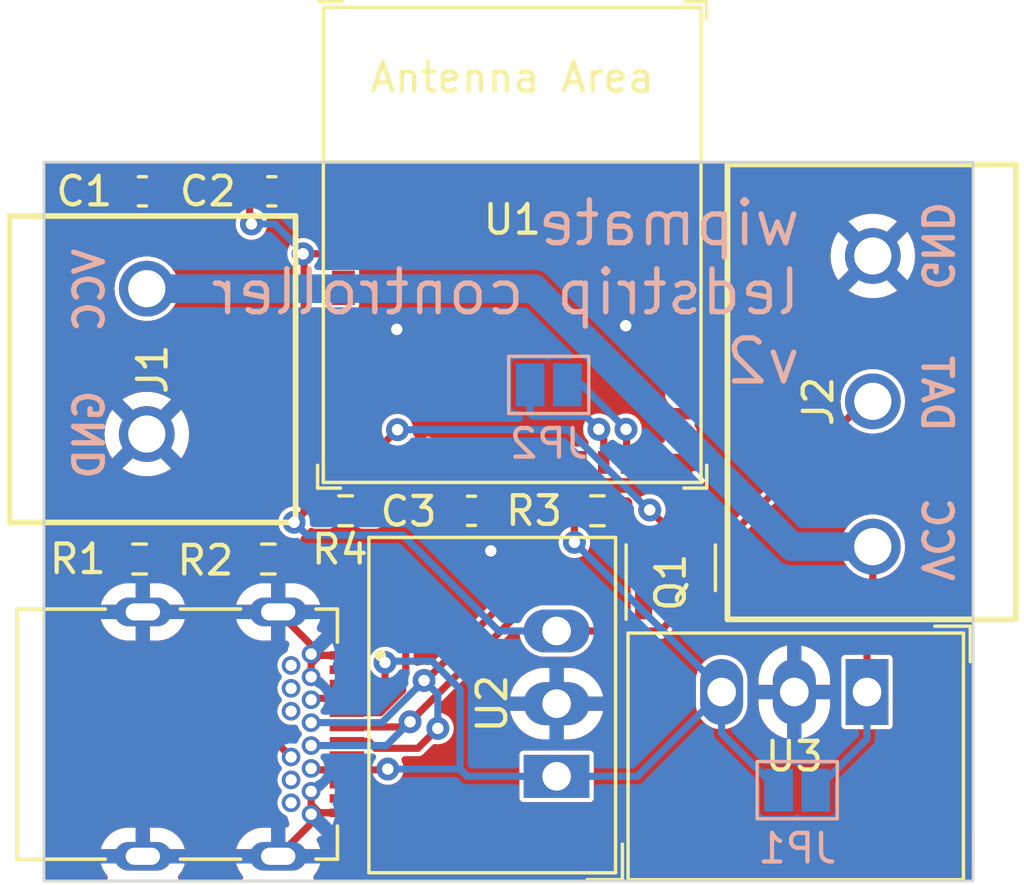
<source format=kicad_pcb>
(kicad_pcb (version 20221018) (generator pcbnew)
  (layers (0 "F.Cu" signal) (31 "B.Cu" signal) (34 "B.Paste" user) (35 "F.Paste" user) (36 "B.SilkS" user "B.Silkscreen") (37 "F.SilkS" user "F.Silkscreen") (38 "B.Mask" user) (39 "F.Mask" user) (44 "Edge.Cuts" user))
  (net 0 "")
  (net 1 "GND")
  (net 2 "+3V3")
  (net 3 "+5V")
  (net 4 "VCC")
  (net 9 "Net-(U1-EN{slash}CHIP_PU)")
  (net 12 "Net-(JP2-A)")
  (net 19 "Net-(JP2-B)")
  (net 32 "Net-(Q1-D)")
  (net 35 "Net-(J3-CC)")
  (net 36 "Net-(J3-DP1)")
  (net 37 "Net-(J3-DN1)")
  (net 43 "Net-(J3-VCONN)")
  (net 47 "Net-(Q1-S)")
  (footprint "Converter_DCDC:Converter_DCDC_RECOM_R-78E-0.5_THT" (layer "F.Cu") (at 150.6728 135.4836 180)
    (fp_text reference "U3" (at 2.54 -2.25) (layer "F.SilkS"))
    (fp_text value "R-785.0-0.5" hide)
    (fp_line (start -3.611 1.06) (end -3.611 2.3) (stroke (width 0.12)) (layer "F.SilkS"))
    (fp_line (start -3.611 2.3) (end -2.371 2.3) (stroke (width 0.12)) (layer "F.SilkS"))
    (fp_line (start -3.371 -6.56) (end -3.371 2.06) (stroke (width 0.12)) (layer "F.SilkS"))
    (fp_line (start -3.371 -6.56) (end 8.35 -6.56) (stroke (width 0.12)) (layer "F.SilkS"))
    (fp_line (start -3.371 2.06) (end 8.35 2.06) (stroke (width 0.12)) (layer "F.SilkS"))
    (fp_line (start 8.35 -6.56) (end 8.35 2.06) (stroke (width 0.12)) (layer "F.SilkS"))
    (pad "1" thru_hole rect (at 0 0 180) (size 1.5 2.3) (drill 1) (layers "*.Cu" "*.Mask") (net 4 "VCC"))
    (pad "2" thru_hole oval (at 2.54 0 180) (size 1.5 2.3) (drill 1) (layers "*.Cu" "*.Mask") (net 1 "GND"))
    (pad "3" thru_hole oval (at 5.08 0 180) (size 1.5 2.3) (drill 1) (layers "*.Cu" "*.Mask") (net 3 "+5V"))
  )
  (footprint "Capacitor_SMD:C_0603_1608Metric" (layer "F.Cu") (at 125.349 117.983)
    (fp_text reference "C1" (at -2.032 0) (layer "F.SilkS"))
    (fp_text value "0.1u" hide)
    (fp_line (start -0.14058 -0.51) (end 0.14058 -0.51) (stroke (width 0.12)) (layer "F.SilkS"))
    (fp_line (start -0.14058 0.51) (end 0.14058 0.51) (stroke (width 0.12)) (layer "F.SilkS"))
    (pad "1" smd roundrect (at -0.775 0) (size 0.9 0.95) (layers "F.Cu" "F.Paste" "F.Mask") (net 1 "GND"))
    (pad "2" smd roundrect (at 0.775 0) (size 0.9 0.95) (layers "F.Cu" "F.Paste" "F.Mask") (net 2 "+3V3"))
  )
  (footprint "SamacSys_Parts:1716030000" (layer "F.Cu") (at 150.876 130.4036 90)
    (fp_text reference "J2" (at 5.08 -1.905 90) (layer "F.SilkS"))
    (fp_text value "1716030000" hide)
    (fp_line (start -2.54 -5.08) (end 13.3604 -5.08) (stroke (width 0.2)) (layer "F.SilkS"))
    (fp_line (start -2.54 5) (end -2.54 -5.08) (stroke (width 0.2)) (layer "F.SilkS"))
    (fp_line (start 13.3604 -5.08) (end 13.3604 5) (stroke (width 0.2)) (layer "F.SilkS"))
    (fp_line (start 13.3604 5) (end -2.54 5) (stroke (width 0.2)) (layer "F.SilkS"))
    (pad "1" thru_hole circle (at 0 0 90) (size 1.95 1.95) (drill 1.3) (layers "*.Cu" "*.Mask") (net 4 "VCC"))
    (pad "2" thru_hole circle (at 5.08 0 90) (size 1.95 1.95) (drill 1.3) (layers "*.Cu" "*.Mask") (net 32 "Net-(Q1-D)"))
    (pad "3" thru_hole circle (at 10.16 0 90) (size 1.95 1.95) (drill 1.3) (layers "*.Cu" "*.Mask") (net 1 "GND"))
  )
  (footprint "Resistor_SMD:R_0603_1608Metric" (layer "F.Cu") (at 141.25 129.15)
    (fp_text reference "R3" (at -2.2136 0) (layer "F.SilkS"))
    (fp_text value "10k" hide)
    (fp_line (start -0.237258 -0.5225) (end 0.237258 -0.5225) (stroke (width 0.12)) (layer "F.SilkS"))
    (fp_line (start -0.237258 0.5225) (end 0.237258 0.5225) (stroke (width 0.12)) (layer "F.SilkS"))
    (pad "1" smd roundrect (at -0.825 0) (size 0.8 0.95) (layers "F.Cu" "F.Paste" "F.Mask") (net 3 "+5V"))
    (pad "2" smd roundrect (at 0.825 0) (size 0.8 0.95) (layers "F.Cu" "F.Paste" "F.Mask") (net 32 "Net-(Q1-D)"))
  )
  (footprint "Resistor_SMD:R_0603_1608Metric" (layer "F.Cu") (at 129.75 130.8354 180)
    (fp_text reference "R2" (at 2.2 -0.0508) (layer "F.SilkS"))
    (fp_text value "5k1" hide)
    (fp_line (start -0.237258 -0.5225) (end 0.237258 -0.5225) (stroke (width 0.12)) (layer "F.SilkS"))
    (fp_line (start -0.237258 0.5225) (end 0.237258 0.5225) (stroke (width 0.12)) (layer "F.SilkS"))
    (pad "1" smd roundrect (at -0.825 0 180) (size 0.8 0.95) (layers "F.Cu" "F.Paste" "F.Mask") (net 35 "Net-(J3-CC)"))
    (pad "2" smd roundrect (at 0.825 0 180) (size 0.8 0.95) (layers "F.Cu" "F.Paste" "F.Mask") (net 1 "GND"))
  )
  (footprint "SamacSys_Parts:1716020000" (layer "F.Cu") (at 125.5014 121.3866 -90)
    (fp_text reference "J1" (at 2.815 -0.2 90) (layer "F.SilkS"))
    (fp_text value "1716020000" hide)
    (fp_line (start -2.54 -5.2) (end 8.17 -5.2) (stroke (width 0.2)) (layer "F.SilkS"))
    (fp_line (start -2.54 4.8) (end -2.54 -5.2) (stroke (width 0.2)) (layer "F.SilkS"))
    (fp_line (start 8.17 -5.2) (end 8.17 4.8) (stroke (width 0.2)) (layer "F.SilkS"))
    (fp_line (start 8.17 4.8) (end -2.54 4.8) (stroke (width 0.2)) (layer "F.SilkS"))
    (pad "1" thru_hole circle (at 0 0 270) (size 1.95 1.95) (drill 1.3) (layers "*.Cu" "*.Mask") (net 4 "VCC"))
    (pad "2" thru_hole circle (at 5.08 0 270) (size 1.95 1.95) (drill 1.3) (layers "*.Cu" "*.Mask") (net 1 "GND"))
  )
  (footprint "Capacitor_SMD:C_0603_1608Metric" (layer "F.Cu") (at 129.8702 117.983 180)
    (fp_text reference "C2" (at 2.2352 0) (layer "F.SilkS"))
    (fp_text value "10u" hide)
    (fp_line (start -0.14058 -0.51) (end 0.14058 -0.51) (stroke (width 0.12)) (layer "F.SilkS"))
    (fp_line (start -0.14058 0.51) (end 0.14058 0.51) (stroke (width 0.12)) (layer "F.SilkS"))
    (pad "1" smd roundrect (at -0.775 0 180) (size 0.9 0.95) (layers "F.Cu" "F.Paste" "F.Mask") (net 1 "GND"))
    (pad "2" smd roundrect (at 0.775 0 180) (size 0.9 0.95) (layers "F.Cu" "F.Paste" "F.Mask") (net 2 "+3V3"))
  )
  (footprint "632723100011:WURTH_632723100011" (layer "F.Cu") (at 132.4944 136.954 -90)
    (fp_text reference "J3" hide)
    (fp_text value "632723100011" hide)
    (fp_line (start -4.37 0.33) (end -4.37 1.08) (stroke (width 0.127)) (layer "F.SilkS"))
    (fp_line (start -4.37 3.7135) (end -4.37 5.816) (stroke (width 0.127)) (layer "F.SilkS"))
    (fp_line (start -4.37 8.4435) (end -4.37 11.53) (stroke (width 0.127)) (layer "F.SilkS"))
    (fp_line (start -4.37 11.53) (end 4.37 11.53) (stroke (width 0.127)) (layer "F.SilkS"))
    (fp_line (start -3.214 0.33) (end -4.37 0.33) (stroke (width 0.127)) (layer "F.SilkS"))
    (fp_line (start 3.214 0.33) (end 4.37 0.33) (stroke (width 0.127)) (layer "F.SilkS"))
    (fp_line (start 4.37 0.33) (end 4.37 1.08) (stroke (width 0.127)) (layer "F.SilkS"))
    (fp_line (start 4.37 3.7135) (end 4.37 5.816) (stroke (width 0.127)) (layer "F.SilkS"))
    (fp_line (start 4.37 11.53) (end 4.37 8.4435) (stroke (width 0.127)) (layer "F.SilkS"))
    (fp_circle (center -2.75 -1.17) (end -2.65 -1.17) (stroke (width 0.2)) (fill none) (layer "F.SilkS"))
    (pad "A1" smd rect (at -2.75 0 270) (size 0.3 1.2) (layers "F.Cu" "F.Paste" "F.Mask") (net 1 "GND"))
    (pad "A2" smd rect (at -2.25 0 270) (size 0.3 1.2) (layers "F.Cu" "F.Paste" "F.Mask"))
    (pad "A3" smd rect (at -1.75 0 270) (size 0.3 1.2) (layers "F.Cu" "F.Paste" "F.Mask"))
    (pad "A4" smd rect (at -1.25 0 270) (size 0.3 1.2) (layers "F.Cu" "F.Paste" "F.Mask") (net 3 "+5V"))
    (pad "A5" smd rect (at -0.75 0 270) (size 0.3 1.2) (layers "F.Cu" "F.Paste" "F.Mask") (net 35 "Net-(J3-CC)"))
    (pad "A6" smd rect (at -0.25 0 270) (size 0.3 1.2) (layers "F.Cu" "F.Paste" "F.Mask") (net 36 "Net-(J3-DP1)"))
    (pad "A7" smd rect (at 0.25 0 270) (size 0.3 1.2) (layers "F.Cu" "F.Paste" "F.Mask") (net 37 "Net-(J3-DN1)"))
    (pad "A8" smd rect (at 0.75 0 270) (size 0.3 1.2) (layers "F.Cu" "F.Paste" "F.Mask"))
    (pad "A9" smd rect (at 1.25 0 270) (size 0.3 1.2) (layers "F.Cu" "F.Paste" "F.Mask") (net 3 "+5V"))
    (pad "A10" smd rect (at 1.75 0 270) (size 0.3 1.2) (layers "F.Cu" "F.Paste" "F.Mask"))
    (pad "A11" smd rect (at 2.25 0 270) (size 0.3 1.2) (layers "F.Cu" "F.Paste" "F.Mask"))
    (pad "A12" smd rect (at 2.75 0 270) (size 0.3 1.2) (layers "F.Cu" "F.Paste" "F.Mask") (net 1 "GND"))
    (pad "B1" thru_hole circle (at 2.8 1.25 270) (size 0.65 0.65) (drill 0.4) (layers "*.Cu" "*.Mask") (net 1 "GND"))
    (pad "B2" thru_hole circle (at 2.4 1.95 270) (size 0.65 0.65) (drill 0.4) (layers "*.Cu" "*.Mask"))
    (pad "B3" thru_hole circle (at 1.6 1.95 270) (size 0.65 0.65) (drill 0.4) (layers "*.Cu" "*.Mask"))
    (pad "B4" thru_hole circle (at 1.2 1.25 270) (size 0.65 0.65) (drill 0.4) (layers "*.Cu" "*.Mask") (net 3 "+5V"))
    (pad "B5" thru_hole circle (at 0.8 1.95 270) (size 0.65 0.65) (drill 0.4) (layers "*.Cu" "*.Mask") (net 43 "Net-(J3-VCONN)"))
    (pad "B6" thru_hole circle (at 0.4 1.25 270) (size 0.65 0.65) (drill 0.4) (layers "*.Cu" "*.Mask") (net 36 "Net-(J3-DP1)"))
    (pad "B7" thru_hole circle (at -0.4 1.25 270) (size 0.65 0.65) (drill 0.4) (layers "*.Cu" "*.Mask") (net 37 "Net-(J3-DN1)"))
    (pad "B8" thru_hole circle (at -0.8 1.95 270) (size 0.65 0.65) (drill 0.4) (layers "*.Cu" "*.Mask"))
    (pad "B9" thru_hole circle (at -1.2 1.25 270) (size 0.65 0.65) (drill 0.4) (layers "*.Cu" "*.Mask") (net 3 "+5V"))
    (pad "B10" thru_hole circle (at -1.6 1.95 270) (size 0.65 0.65) (drill 0.4) (layers "*.Cu" "*.Mask"))
    (pad "B11" thru_hole circle (at -2.4 1.95 270) (size 0.65 0.65) (drill 0.4) (layers "*.Cu" "*.Mask"))
    (pad "B12" thru_hole circle (at -2.8 1.25 270) (size 0.65 0.65) (drill 0.4) (layers "*.Cu" "*.Mask") (net 1 "GND"))
    (pad "G1" thru_hole circle (at -2 1.25 270) (size 0.65 0.65) (drill 0.4) (layers "*.Cu" "*.Mask") (net 1 "GND"))
    (pad "G2" thru_hole circle (at 2 1.25 270) (size 0.65 0.65) (drill 0.4) (layers "*.Cu" "*.Mask") (net 1 "GND"))
    (pad "S1" thru_hole oval (at -4.27 2.4 270) (size 1 2) (drill oval 0.6 1.2) (layers "*.Cu" "*.Mask") (net 1 "GND"))
    (pad "S2" thru_hole oval (at 4.27 2.4 270) (size 1 2) (drill oval 0.6 1.2) (layers "*.Cu" "*.Mask") (net 1 "GND"))
    (pad "S3" thru_hole oval (at -4.27 7.13 270) (size 1 2) (drill oval 0.6 1.2) (layers "*.Cu" "*.Mask") (net 1 "GND"))
    (pad "S4" thru_hole oval (at 4.27 7.13 270) (size 1 2) (drill oval 0.6 1.2) (layers "*.Cu" "*.Mask") (net 1 "GND"))
    (pad "S5" smd rect (at 0 4.58 270) (size 0.2 1) (layers "F.Cu" "F.Paste" "F.Mask") (net 1 "GND"))
    (pad "S6" smd rect (at 0 7.68 270) (size 0.2 1) (layers "F.Cu" "F.Paste" "F.Mask") (net 1 "GND"))
  )
  (footprint "Resistor_SMD:R_0603_1608Metric" (layer "F.Cu") (at 132.45 129.15 180)
    (fp_text reference "R4" (at 0.2 -1.35) (layer "F.SilkS"))
    (fp_text value "10k" hide)
    (fp_line (start -0.237258 -0.5225) (end 0.237258 -0.5225) (stroke (width 0.12)) (layer "F.SilkS"))
    (fp_line (start -0.237258 0.5225) (end 0.237258 0.5225) (stroke (width 0.12)) (layer "F.SilkS"))
    (pad "1" smd roundrect (at -0.825 0 180) (size 0.8 0.95) (layers "F.Cu" "F.Paste" "F.Mask") (net 9 "Net-(U1-EN{slash}CHIP_PU)"))
    (pad "2" smd roundrect (at 0.825 0 180) (size 0.8 0.95) (layers "F.Cu" "F.Paste" "F.Mask") (net 2 "+3V3"))
  )
  (footprint "Converter_DCDC:Converter_DCDC_RECOM_R-78E-0.5_THT" (layer "F.Cu") (at 139.8247 138.43 90)
    (fp_text reference "U2" (at 2.541 -2.252 90) (layer "F.SilkS"))
    (fp_text value "R-783.3-0.5" hide)
    (fp_line (start -3.611 1.06) (end -3.611 2.3) (stroke (width 0.12)) (layer "F.SilkS"))
    (fp_line (start -3.611 2.3) (end -2.371 2.3) (stroke (width 0.12)) (layer "F.SilkS"))
    (fp_line (start -3.371 -6.56) (end -3.371 2.06) (stroke (width 0.12)) (layer "F.SilkS"))
    (fp_line (start -3.371 -6.56) (end 8.35 -6.56) (stroke (width 0.12)) (layer "F.SilkS"))
    (fp_line (start -3.371 2.06) (end 8.35 2.06) (stroke (width 0.12)) (layer "F.SilkS"))
    (fp_line (start 8.35 -6.56) (end 8.35 2.06) (stroke (width 0.12)) (layer "F.SilkS"))
    (pad "1" thru_hole rect (at 0 0 90) (size 1.5 2.3) (drill 1) (layers "*.Cu" "*.Mask") (net 3 "+5V"))
    (pad "2" thru_hole oval (at 2.54 0 90) (size 1.5 2.3) (drill 1) (layers "*.Cu" "*.Mask") (net 1 "GND"))
    (pad "3" thru_hole oval (at 5.08 0 90) (size 1.5 2.3) (drill 1) (layers "*.Cu" "*.Mask") (net 2 "+3V3"))
  )
  (footprint "Resistor_SMD:R_0603_1608Metric" (layer "F.Cu") (at 125.25 130.8354 180)
    (fp_text reference "R1" (at 2.159 0) (layer "F.SilkS"))
    (fp_text value "5k1" hide)
    (fp_line (start -0.237258 -0.5225) (end 0.237258 -0.5225) (stroke (width 0.12)) (layer "F.SilkS"))
    (fp_line (start -0.237258 0.5225) (end 0.237258 0.5225) (stroke (width 0.12)) (layer "F.SilkS"))
    (pad "1" smd roundrect (at -0.825 0 180) (size 0.8 0.95) (layers "F.Cu" "F.Paste" "F.Mask") (net 43 "Net-(J3-VCONN)"))
    (pad "2" smd roundrect (at 0.825 0 180) (size 0.8 0.95) (layers "F.Cu" "F.Paste" "F.Mask") (net 1 "GND"))
  )
  (footprint "PCM_Espressif:ESP32-C6-MINI-1" (layer "F.Cu") (at 138.2712 119.8572)
    (fp_text reference "U1" (at 0.0064 -0.8836) (layer "F.SilkS"))
    (fp_text value "ESP32-C6-MINI-1/U" hide)
    (fp_text user "Antenna Area" (at 0 -5.85) (layer "F.SilkS"))
    (fp_line (start -6.8 7.7) (end -6.8 8.5) (stroke (width 0.12)) (layer "F.SilkS"))
    (fp_line (start -6.8 8.5) (end -6 8.5) (stroke (width 0.12)) (layer "F.SilkS"))
    (fp_line (start -6.6 -8.3) (end 6.6 -8.3) (stroke (width 0.12)) (layer "F.SilkS"))
    (fp_line (start -6.6 -2.9) (end 6.6 -2.9) (stroke (width 0.12)) (layer "F.SilkS"))
    (fp_line (start -6.6 8.3) (end -6.6 -8.3) (stroke (width 0.12)) (layer "F.SilkS"))
    (fp_line (start -5.925 -8.5) (end -6.775 -8.5) (stroke (width 0.12)) (layer "F.SilkS"))
    (fp_line (start 6.05 -8.5) (end 6.8 -8.5) (stroke (width 0.12)) (layer "F.SilkS"))
    (fp_line (start 6.6 -8.3) (end 6.6 8.3) (stroke (width 0.12)) (layer "F.SilkS"))
    (fp_line (start 6.6 8.3) (end -6.6 8.3) (stroke (width 0.12)) (layer "F.SilkS"))
    (fp_line (start 6.8 -8.5) (end 6.8 -7.9) (stroke (width 0.12)) (layer "F.SilkS"))
    (fp_line (start 6.8 7.7) (end 6.8 8.5) (stroke (width 0.12)) (layer "F.SilkS"))
    (fp_line (start 6.8 8.5) (end 6 8.5) (stroke (width 0.12)) (layer "F.SilkS"))
    (pad "1" smd rect (at -5.9 -1.3 90) (size 0.4 0.8) (layers "F.Cu" "F.Paste" "F.Mask") (net 1 "GND"))
    (pad "2" smd rect (at -5.9 -0.5 90) (size 0.4 0.8) (layers "F.Cu" "F.Paste" "F.Mask") (net 1 "GND"))
    (pad "3" smd rect (at -5.9 0.3 90) (size 0.4 0.8) (layers "F.Cu" "F.Paste" "F.Mask") (net 2 "+3V3"))
    (pad "4" smd rect (at -5.9 1.1 90) (size 0.4 0.8) (layers "F.Cu" "F.Paste" "F.Mask"))
    (pad "5" smd rect (at -5.9 1.9 90) (size 0.4 0.8) (layers "F.Cu" "F.Paste" "F.Mask"))
    (pad "6" smd rect (at -5.9 2.7 90) (size 0.4 0.8) (layers "F.Cu" "F.Paste" "F.Mask"))
    (pad "7" smd rect (at -5.9 3.5 90) (size 0.4 0.8) (layers "F.Cu" "F.Paste" "F.Mask"))
    (pad "8" smd rect (at -5.9 4.3 90) (size 0.4 0.8) (layers "F.Cu" "F.Paste" "F.Mask") (net 9 "Net-(U1-EN{slash}CHIP_PU)"))
    (pad "9" smd rect (at -5.9 5.1 90) (size 0.4 0.8) (layers "F.Cu" "F.Paste" "F.Mask"))
    (pad "10" smd rect (at -5.9 5.9 90) (size 0.4 0.8) (layers "F.Cu" "F.Paste" "F.Mask"))
    (pad "11" smd rect (at -5.9 6.7 90) (size 0.4 0.8) (layers "F.Cu" "F.Paste" "F.Mask") (net 1 "GND"))
    (pad "12" smd rect (at -4.8 7.6) (size 0.4 0.8) (layers "F.Cu" "F.Paste" "F.Mask") (net 47 "Net-(Q1-S)"))
    (pad "13" smd rect (at -4 7.6) (size 0.4 0.8) (layers "F.Cu" "F.Paste" "F.Mask"))
    (pad "14" smd rect (at -3.2 7.6) (size 0.4 0.8) (layers "F.Cu" "F.Paste" "F.Mask") (net 1 "GND"))
    (pad "15" smd rect (at -2.4 7.6) (size 0.4 0.8) (layers "F.Cu" "F.Paste" "F.Mask"))
    (pad "16" smd rect (at -1.6 7.6) (size 0.4 0.8) (layers "F.Cu" "F.Paste" "F.Mask"))
    (pad "17" smd rect (at -0.8 7.6) (size 0.4 0.8) (layers "F.Cu" "F.Paste" "F.Mask") (net 37 "Net-(J3-DN1)"))
    (pad "18" smd rect (at 0 7.6) (size 0.4 0.8) (layers "F.Cu" "F.Paste" "F.Mask") (net 36 "Net-(J3-DP1)"))
    (pad "19" smd rect (at 0.8 7.6) (size 0.4 0.8) (layers "F.Cu" "F.Paste" "F.Mask"))
    (pad "20" smd rect (at 1.6 7.6) (size 0.4 0.8) (layers "F.Cu" "F.Paste" "F.Mask"))
    (pad "21" smd rect (at 2.4 7.6) (size 0.4 0.8) (layers "F.Cu" "F.Paste" "F.Mask"))
    (pad "22" smd rect (at 3.2 7.6) (size 0.4 0.8) (layers "F.Cu" "F.Paste" "F.Mask") (net 12 "Net-(JP2-A)"))
    (pad "23" smd rect (at 4 7.6) (size 0.4 0.8) (layers "F.Cu" "F.Paste" "F.Mask") (net 19 "Net-(JP2-B)"))
    (pad "24" smd rect (at 4.8 7.6) (size 0.4 0.8) (layers "F.Cu" "F.Paste" "F.Mask"))
    (pad "25" smd rect (at 5.9 6.7 90) (size 0.4 0.8) (layers "F.Cu" "F.Paste" "F.Mask"))
    (pad "26" smd rect (at 5.9 5.9 90) (size 0.4 0.8) (layers "F.Cu" "F.Paste" "F.Mask"))
    (pad "27" smd rect (at 5.9 5.1 90) (size 0.4 0.8) (layers "F.Cu" "F.Paste" "F.Mask"))
    (pad "28" smd rect (at 5.9 4.3 90) (size 0.4 0.8) (layers "F.Cu" "F.Paste" "F.Mask"))
    (pad "29" smd rect (at 5.9 3.5 90) (size 0.4 0.8) (layers "F.Cu" "F.Paste" "F.Mask"))
    (pad "30" smd rect (at 5.9 2.7 90) (size 0.4 0.8) (layers "F.Cu" "F.Paste" "F.Mask"))
    (pad "31" smd rect (at 5.9 1.9 90) (size 0.4 0.8) (layers "F.Cu" "F.Paste" "F.Mask"))
    (pad "32" smd rect (at 5.9 1.1 90) (size 0.4 0.8) (layers "F.Cu" "F.Paste" "F.Mask"))
    (pad "33" smd rect (at 5.9 0.3 90) (size 0.4 0.8) (layers "F.Cu" "F.Paste" "F.Mask"))
    (pad "34" smd rect (at 5.9 -0.5 90) (size 0.4 0.8) (layers "F.Cu" "F.Paste" "F.Mask"))
    (pad "35" smd rect (at 5.9 -1.3 90) (size 0.4 0.8) (layers "F.Cu" "F.Paste" "F.Mask"))
    (pad "36" smd rect (at 4.8 -2.2) (size 0.4 0.8) (layers "F.Cu" "F.Paste" "F.Mask") (net 1 "GND"))
    (pad "37" smd rect (at 4 -2.2) (size 0.4 0.8) (layers "F.Cu" "F.Paste" "F.Mask") (net 1 "GND"))
    (pad "38" smd rect (at 3.2 -2.2) (size 0.4 0.8) (layers "F.Cu" "F.Paste" "F.Mask") (net 1 "GND"))
    (pad "39" smd rect (at 2.4 -2.2) (size 0.4 0.8) (layers "F.Cu" "F.Paste" "F.Mask") (net 1 "GND"))
    (pad "40" smd rect (at 1.6 -2.2) (size 0.4 0.8) (layers "F.Cu" "F.Paste" "F.Mask") (net 1 "GND"))
    (pad "41" smd rect (at 0.8 -2.2) (size 0.4 0.8) (layers "F.Cu" "F.Paste" "F.Mask") (net 1 "GND"))
    (pad "42" smd rect (at 0 -2.2) (size 0.4 0.8) (layers "F.Cu" "F.Paste" "F.Mask") (net 1 "GND"))
    (pad "43" smd rect (at -0.8 -2.2) (size 0.4 0.8) (layers "F.Cu" "F.Paste" "F.Mask") (net 1 "GND"))
    (pad "44" smd rect (at -1.6 -2.2) (size 0.4 0.8) (layers "F.Cu" "F.Paste" "F.Mask") (net 1 "GND"))
    (pad "45" smd rect (at -2.4 -2.2) (size 0.4 0.8) (layers "F.Cu" "F.Paste" "F.Mask") (net 1 "GND"))
    (pad "46" smd rect (at -3.2 -2.2) (size 0.4 0.8) (layers "F.Cu" "F.Paste" "F.Mask") (net 1 "GND"))
    (pad "47" smd rect (at -4 -2.2) (size 0.4 0.8) (layers "F.Cu" "F.Paste" "F.Mask") (net 1 "GND"))
    (pad "48" smd rect (at -4.8 -2.2) (size 0.4 0.8) (layers "F.Cu" "F.Paste" "F.Mask") (net 1 "GND"))
    (pad "49" smd custom (at -1.975 0.725) (size 0.8 0.8) (layers "F.Cu" "F.Paste" "F.Mask") (net 1 "GND") (options (clearance outline) (anchor rect)) (primitives (gr_poly (pts (xy 0.725 0.725) (xy -0.725 0.725) (xy -0.725 -0.125) (xy -0.125 -0.725) (xy 0.725 -0.725)) (width 0) (fill yes))))
    (pad "49" smd rect (at -1.975 2.7 90) (size 1.45 1.45) (layers "F.Cu" "F.Paste" "F.Mask") (net 1 "GND"))
    (pad "49" smd rect (at -1.975 4.675 90) (size 1.45 1.45) (layers "F.Cu" "F.Paste" "F.Mask") (net 1 "GND"))
    (pad "49" smd rect (at 0 0.725 90) (size 1.45 1.45) (layers "F.Cu" "F.Paste" "F.Mask") (net 1 "GND"))
    (pad "49" smd rect (at 0 2.7 90) (size 1.45 1.45) (layers "F.Cu" "F.Paste" "F.Mask") (net 1 "GND"))
    (pad "49" smd rect (at 0 4.675 90) (size 1.45 1.45) (layers "F.Cu" "F.Paste" "F.Mask") (net 1 "GND"))
    (pad "49" smd rect (at 1.975 0.725 90) (size 1.45 1.45) (layers "F.Cu" "F.Paste" "F.Mask") (net 1 "GND"))
    (pad "49" smd rect (at 1.975 2.7 90) (size 1.45 1.45) (layers "F.Cu" "F.Paste" "F.Mask") (net 1 "GND"))
    (pad "49" smd rect (at 1.975 4.675 90) (size 1.45 1.45) (layers "F.Cu" "F.Paste" "F.Mask") (net 1 "GND"))
    (pad "50" smd rect (at 5.95 -2.25 90) (size 0.7 0.7) (layers "F.Cu" "F.Paste" "F.Mask") (net 1 "GND"))
    (pad "51" smd rect (at 5.95 7.65 90) (size 0.7 0.7) (layers "F.Cu" "F.Paste" "F.Mask") (net 1 "GND"))
    (pad "52" smd rect (at -5.95 7.65 90) (size 0.7 0.7) (layers "F.Cu" "F.Paste" "F.Mask") (net 1 "GND"))
    (pad "53" smd rect (at -5.95 -2.25 90) (size 0.7 0.7) (layers "F.Cu" "F.Paste" "F.Mask") (net 1 "GND"))
    (zone (net 0) (net_name "") (layers "*.Cu") (name "antenna keepout") (connect_pads (clearance 0)) (min_thickness 0.254)
      (keepout (tracks not_allowed) (vias not_allowed) (pads not_allowed) (copperpour not_allowed) (footprints not_allowed))
      (fill (thermal_gap 0.508) (thermal_bridge_width 0.508))
      (polygon (pts (xy 144.8712 116.9572) (xy 131.6712 116.9572) (xy 131.6712 111.5572) (xy 144.8712 111.5572)))
    )
  )
  (footprint "Capacitor_SMD:C_0603_1608Metric" (layer "F.Cu") (at 136.85 129.15)
    (fp_text reference "C3" (at -2.2 0.0254) (layer "F.SilkS"))
    (fp_text value "1u" hide)
    (fp_line (start -0.14058 -0.51) (end 0.14058 -0.51) (stroke (width 0.12)) (layer "F.SilkS"))
    (fp_line (start -0.14058 0.51) (end 0.14058 0.51) (stroke (width 0.12)) (layer "F.SilkS"))
    (pad "1" smd roundrect (at -0.775 0) (size 0.9 0.95) (layers "F.Cu" "F.Paste" "F.Mask") (net 9 "Net-(U1-EN{slash}CHIP_PU)"))
    (pad "2" smd roundrect (at 0.775 0) (size 0.9 0.95) (layers "F.Cu" "F.Paste" "F.Mask") (net 1 "GND"))
  )
  (footprint "Package_TO_SOT_SMD:SOT-23-3" (layer "F.Cu") (at 143.8148 131.1402 90)
    (fp_text reference "Q1" (at -0.508 0 90) (layer "F.SilkS"))
    (fp_text value "BSS138 (NMOS)" hide)
    (fp_line (start 0 -1.56) (end -1.8 -1.56) (stroke (width 0.12)) (layer "F.SilkS"))
    (fp_line (start 0 -1.56) (end 0.8 -1.56) (stroke (width 0.12)) (layer "F.SilkS"))
    (fp_line (start 0 1.56) (end -0.8 1.56) (stroke (width 0.12)) (layer "F.SilkS"))
    (fp_line (start 0 1.56) (end 0.8 1.56) (stroke (width 0.12)) (layer "F.SilkS"))
    (pad "1" smd roundrect (at -1.1375 -0.95 90) (size 1.325 0.6) (layers "F.Cu" "F.Paste" "F.Mask") (net 32 "Net-(Q1-D)"))
    (pad "2" smd roundrect (at -1.1375 0.95 90) (size 1.325 0.6) (layers "F.Cu" "F.Paste" "F.Mask") (net 2 "+3V3"))
    (pad "3" smd roundrect (at 1.1375 0 90) (size 1.325 0.6) (layers "F.Cu" "F.Paste" "F.Mask") (net 47 "Net-(Q1-S)"))
  )
  (footprint "Jumper:SolderJumper-2_P1.3mm_Open_Pad1.0x1.5mm" (layer "B.Cu") (at 148.2344 138.9126)
    (fp_text reference "JP1" (at 0 2.0374) (layer "B.SilkS") (effects (justify mirror)))
    (fp_text value "VCC_+5V" hide)
    (fp_line (start -1.4 -1) (end -1.4 1) (stroke (width 0.12)) (layer "B.SilkS"))
    (fp_line (start -1.4 1) (end 1.4 1) (stroke (width 0.12)) (layer "B.SilkS"))
    (fp_line (start 1.4 -1) (end -1.4 -1) (stroke (width 0.12)) (layer "B.SilkS"))
    (fp_line (start 1.4 1) (end 1.4 -1) (stroke (width 0.12)) (layer "B.SilkS"))
    (pad "1" smd rect (at -0.65 0) (size 1 1.5) (layers "B.Cu" "B.Mask") (net 3 "+5V"))
    (pad "2" smd rect (at 0.65 0) (size 1 1.5) (layers "B.Cu" "B.Mask") (net 4 "VCC"))
  )
  (footprint "Jumper:SolderJumper-2_P1.3mm_Open_Pad1.0x1.5mm" (layer "B.Cu") (at 139.55 124.75)
    (fp_text reference "JP2" (at 0 2.05) (layer "B.SilkS") (effects (justify mirror)))
    (fp_text value "IO8_IO9" hide)
    (fp_line (start -1.4 -1) (end -1.4 1) (stroke (width 0.12)) (layer "B.SilkS"))
    (fp_line (start -1.4 1) (end 1.4 1) (stroke (width 0.12)) (layer "B.SilkS"))
    (fp_line (start 1.4 -1) (end -1.4 -1) (stroke (width 0.12)) (layer "B.SilkS"))
    (fp_line (start 1.4 1) (end 1.4 -1) (stroke (width 0.12)) (layer "B.SilkS"))
    (pad "1" smd rect (at -0.65 0) (size 1 1.5) (layers "B.Cu" "B.Mask") (net 12 "Net-(JP2-A)"))
    (pad "2" smd rect (at 0.65 0) (size 1 1.5) (layers "B.Cu" "B.Mask") (net 19 "Net-(JP2-B)"))
  )
  (gr_rect (start 121.91 116.9654) (end 154.3812 142.0876) (stroke (width 0.1)) (fill none) (layer "Edge.Cuts"))
  (gr_text "GND" (at 124.079 124.841 90) (layer "B.SilkS") (effects (font (size 1 1) (thickness 0.1875)) (justify left bottom mirror)))
  (gr_text "DAT" (at 152.527 126.492 270) (layer "B.SilkS") (effects (font (size 1 1) (thickness 0.1875)) (justify left bottom mirror)))
  (gr_text "VCC" (at 124.079 119.888 90) (layer "B.SilkS") (effects (font (size 1 1) (thickness 0.1875)) (justify left bottom mirror)))
  (gr_text "VCC" (at 152.527 131.699 270) (layer "B.SilkS") (effects (font (size 1 1) (thickness 0.1875)) (justify left bottom mirror)))
  (gr_text "wipmate\nledstrip controller\nv2" (at 148.45 124.8) (layer "B.SilkS") (effects (font (size 1.5 1.5) (thickness 0.1875)) (justify left bottom mirror)))
  (gr_text "GND" (at 152.527 121.539 270) (layer "B.SilkS") (effects (font (size 1 1) (thickness 0.1875)) (justify left bottom mirror)))
  (segment (start 132.3212 117.6072) (end 131.6938 117.6072) (width 0.25) (layer "F.Cu") (net 1))
  (segment (start 131.534781 139.704) (end 131.2444 139.413619) (width 0.25) (layer "F.Cu") (net 1))
  (segment (start 132.4944 139.704) (end 131.534781 139.704) (width 0.25) (layer "F.Cu") (net 1))
  (segment (start 131.2444 134.154) (end 131.2444 133.834) (width 0.25) (layer "F.Cu") (net 1))
  (segment (start 131.2444 139.754) (end 131.2444 140.074) (width 0.25) (layer "F.Cu") (net 1))
  (segment (start 137.6 129.15) (end 136.75 128.3) (width 0.25) (layer "F.Cu") (net 1))
  (segment (start 137.6 130.4755) (end 137.6 129.225) (width 0.25) (layer "F.Cu") (net 1))
  (segment (start 124.8144 136.954) (end 127.9144 136.954) (width 0.25) (layer "F.Cu") (net 1))
  (segment (start 132.4944 134.204) (end 131.2944 134.204) (width 0.25) (layer "F.Cu") (net 1))
  (segment (start 131.2444 139.413619) (end 131.2444 138.954) (width 0.25) (layer "F.Cu") (net 1))
  (segment (start 131.6938 117.6072) (end 131.318 117.983) (width 0.25) (layer "F.Cu") (net 1))
  (segment (start 137.6 129.225) (end 137.525 129.15) (width 0.25) (layer "F.Cu") (net 1))
  (segment (start 131.2444 133.834) (end 130.0944 132.684) (width 0.25) (layer "F.Cu") (net 1))
  (segment (start 131.2444 134.494381) (end 131.2444 134.954) (width 0.25) (layer "F.Cu") (net 1))
  (segment (start 137.5255 130.55) (end 137.6 130.4755) (width 0.25) (layer "F.Cu") (net 1))
  (segment (start 131.2444 140.074) (end 130.0944 141.224) (width 0.25) (layer "F.Cu") (net 1))
  (segment (start 132.4944 134.204) (end 131.534781 134.204) (width 0.25) (layer "F.Cu") (net 1))
  (segment (start 131.2944 139.704) (end 131.2444 139.754) (width 0.25) (layer "F.Cu") (net 1))
  (segment (start 131.2944 134.204) (end 131.2444 134.154) (width 0.25) (layer "F.Cu") (net 1))
  (segment (start 132.4944 139.704) (end 131.2944 139.704) (width 0.25) (layer "F.Cu") (net 1))
  (segment (start 131.318 117.983) (end 130.6452 117.983) (width 0.25) (layer "F.Cu") (net 1))
  (segment (start 131.534781 134.204) (end 131.2444 134.494381) (width 0.25) (layer "F.Cu") (net 1))
  (segment (start 137.45 129.175) (end 137.425 129.15) (width 0.25) (layer "F.Cu") (net 1))
  (via (at 134.239 122.809) (size 0.8) (drill 0.4) (layers "F.Cu" "B.Cu") (net 1))
  (via (at 137.5255 130.55) (size 0.8) (drill 0.4) (layers "F.Cu" "B.Cu") (net 1))
  (via (at 142.24 122.682) (size 0.8) (drill 0.4) (layers "F.Cu" "B.Cu") (net 1))
  (segment (start 139.1666 135.89) (end 139.8247 135.89) (width 0.25) (layer "B.Cu") (net 1))
  (segment (start 131.625 129.15) (end 131 129.15) (width 0.25) (layer "F.Cu") (net 2))
  (segment (start 131 129.2) (end 131 129.15) (width 0.25) (layer "F.Cu") (net 2))
  (segment (start 129.159 119.126) (end 129.0952 119.0622) (width 0.25) (layer "F.Cu") (net 2))
  (segment (start 143.4487 133.35) (end 139.8247 133.35) (width 0.25) (layer "F.Cu") (net 2))
  (segment (start 131 129.15) (end 131 120.205) (width 0.25) (layer "F.Cu") (net 2))
  (segment (start 131 120.205) (end 130.9624 120.1674) (width 0.25) (layer "F.Cu") (net 2))
  (segment (start 126.124 117.983) (end 129.0952 117.983) (width 0.25) (layer "F.Cu") (net 2))
  (segment (start 130.9624 120.1674) (end 132.361 120.1674) (width 0.25) (layer "F.Cu") (net 2))
  (segment (start 129.0952 119.0622) (end 129.0952 117.983) (width 0.25) (layer "F.Cu") (net 2))
  (segment (start 130.65 129.55) (end 131 129.2) (width 0.25) (layer "F.Cu") (net 2))
  (segment (start 132.361 120.1674) (end 132.3712 120.1572) (width 0.25) (layer "F.Cu") (net 2))
  (segment (start 131.625 129.15) (end 131.625 129.125) (width 0.25) (layer "F.Cu") (net 2))
  (segment (start 144.7648 132.2777) (end 144.521 132.2777) (width 0.25) (layer "F.Cu") (net 2))
  (segment (start 130.65 129.55) (end 130.65 129.625) (width 0.25) (layer "F.Cu") (net 2))
  (segment (start 144.521 132.2777) (end 143.4487 133.35) (width 0.25) (layer "F.Cu") (net 2))
  (via (at 130.9624 120.1674) (size 0.8) (drill 0.4) (layers "F.Cu" "B.Cu") (net 2))
  (via (at 129.159 119.126) (size 0.8) (drill 0.4) (layers "F.Cu" "B.Cu") (net 2))
  (via (at 130.65 129.55) (size 0.8) (drill 0.4) (layers "F.Cu" "B.Cu") (net 2))
  (segment (start 130.65 129.55) (end 131.1 130) (width 0.25) (layer "B.Cu") (net 2))
  (segment (start 134.45 130) (end 137.8 133.35) (width 0.25) (layer "B.Cu") (net 2))
  (segment (start 131.1 130) (end 134.45 130) (width 0.25) (layer "B.Cu") (net 2))
  (segment (start 129.159 119.126) (end 129.9718 119.126) (width 0.25) (layer "B.Cu") (net 2))
  (segment (start 129.9718 119.126) (end 130.9624 120.1166) (width 0.25) (layer "B.Cu") (net 2))
  (segment (start 130.9624 120.1166) (end 130.9624 120.1674) (width 0.25) (layer "B.Cu") (net 2))
  (segment (start 137.8 133.35) (end 139.8247 133.35) (width 0.25) (layer "B.Cu") (net 2))
  (segment (start 140.4462 130.25) (end 140.4462 129.1712) (width 0.25) (layer "F.Cu") (net 3))
  (segment (start 140.4462 129.1712) (end 140.425 129.15) (width 0.25) (layer "F.Cu") (net 3))
  (segment (start 132.4944 135.704) (end 131.2944 135.704) (width 0.25) (layer "F.Cu") (net 3))
  (segment (start 131.2944 135.704) (end 131.2444 135.754) (width 0.25) (layer "F.Cu") (net 3))
  (segment (start 133.827403 135.107797) (end 133.2312 135.704) (width 0.25) (layer "F.Cu") (net 3))
  (segment (start 133.827403 134.452087) (end 133.827403 135.107797) (width 0.25) (layer "F.Cu") (net 3))
  (segment (start 133.8955 138.204) (end 133.925 138.1745) (width 0.25) (layer "F.Cu") (net 3))
  (segment (start 140.2 129.1586) (end 140.175 129.1336) (width 0.25) (layer "F.Cu") (net 3))
  (segment (start 132.4944 138.204) (end 131.2944 138.204) (width 0.25) (layer "F.Cu") (net 3))
  (segment (start 132.4944 138.204) (end 133.8955 138.204) (width 0.25) (layer "F.Cu") (net 3))
  (segment (start 133.2312 135.704) (end 132.4944 135.704) (width 0.25) (layer "F.Cu") (net 3))
  (segment (start 131.2944 138.204) (end 131.2444 138.154) (width 0.25) (layer "F.Cu") (net 3))
  (via (at 133.827403 134.452087) (size 0.8) (drill 0.4) (layers "F.Cu" "B.Cu") (net 3))
  (via (at 140.4462 130.25) (size 0.8) (drill 0.4) (layers "F.Cu" "B.Cu") (net 3))
  (via (at 133.925 138.1745) (size 0.8) (drill 0.4) (layers "F.Cu" "B.Cu") (net 3))
  (segment (start 145.5928 136.921) (end 145.5928 135.4836) (width 0.25) (layer "B.Cu") (net 3))
  (segment (start 139.8247 138.43) (end 142.6464 138.43) (width 0.25) (layer "B.Cu") (net 3))
  (segment (start 140.4462 130.25) (end 140.45 130.25) (width 0.25) (layer "B.Cu") (net 3))
  (segment (start 145.5928 135.4836) (end 145.5928 135.3966) (width 0.25) (layer "B.Cu") (net 3))
  (segment (start 142.6464 138.43) (end 145.5928 135.4836) (width 0.25) (layer "B.Cu") (net 3))
  (segment (start 136.4488 138.176) (end 136.7028 138.43) (width 0.25) (layer "B.Cu") (net 3))
  (segment (start 135.471258 134.404458) (end 136.4488 135.382) (width 0.25) (layer "B.Cu") (net 3))
  (segment (start 136.4488 135.382) (end 136.4488 138.176) (width 0.25) (layer "B.Cu") (net 3))
  (segment (start 139.8247 138.43) (end 139.5707 138.176) (width 0.25) (layer "B.Cu") (net 3))
  (segment (start 145.5928 135.3966) (end 140.4462 130.25) (width 0.25) (layer "B.Cu") (net 3))
  (segment (start 145.5928 136.921) (end 147.5844 138.9126) (width 0.25) (layer "B.Cu") (net 3))
  (segment (start 136.7028 138.43) (end 139.8247 138.43) (width 0.25) (layer "B.Cu") (net 3))
  (segment (start 133.827403 134.452087) (end 133.875032 134.404458) (width 0.25) (layer "B.Cu") (net 3))
  (segment (start 133.875032 134.404458) (end 135.471258 134.404458) (width 0.25) (layer "B.Cu") (net 3))
  (segment (start 136.4488 138.176) (end 133.9265 138.176) (width 0.25) (layer "B.Cu") (net 3))
  (segment (start 133.9265 138.176) (end 133.925 138.1745) (width 0.25) (layer "B.Cu") (net 3))
  (segment (start 150.876 132.4356) (end 150.876 130.1242) (width 0.25) (layer "F.Cu") (net 4))
  (segment (start 150.6728 132.6388) (end 150.876 132.4356) (width 0.25) (layer "F.Cu") (net 4))
  (segment (start 150.6728 132.6388) (end 150.6728 135.4836) (width 0.25) (layer "F.Cu") (net 4))
  (segment (start 150.6728 130.3274) (end 150.749 130.4036) (width 0.25) (layer "B.Cu") (net 4))
  (segment (start 150.876 130.4036) (end 150.8724 130.4) (width 1) (layer "B.Cu") (net 4))
  (segment (start 150.6728 137.1242) (end 148.8844 138.9126) (width 0.25) (layer "B.Cu") (net 4))
  (segment (start 148.05 130.4) (end 139.0366 121.3866) (width 1) (layer "B.Cu") (net 4))
  (segment (start 150.6728 137.1242) (end 150.6728 135.4836) (width 0.25) (layer "B.Cu") (net 4))
  (segment (start 150.749 130.4036) (end 150.876 130.4036) (width 0.25) (layer "B.Cu") (net 4))
  (segment (start 139.0366 121.3866) (end 125.5014 121.3866) (width 1) (layer "B.Cu") (net 4))
  (segment (start 150.8724 130.4) (end 148.05 130.4) (width 1) (layer "B.Cu") (net 4))
  (segment (start 131.5 127.95) (end 131.5 124.6784) (width 0.25) (layer "F.Cu") (net 9))
  (segment (start 133.275 129.15) (end 132.375 128.25) (width 0.25) (layer "F.Cu") (net 9))
  (segment (start 132.0212 124.1572) (end 132.3712 124.1572) (width 0.25) (layer "F.Cu") (net 9))
  (segment (start 132.375 128.25) (end 131.8 128.25) (width 0.25) (layer "F.Cu") (net 9))
  (segment (start 133.275 129.15) (end 135.975 129.15) (width 0.25) (layer "F.Cu") (net 9))
  (segment (start 131.8 128.25) (end 131.5 127.95) (width 0.25) (layer "F.Cu") (net 9))
  (segment (start 131.5 124.6784) (end 132.0212 124.1572) (width 0.25) (layer "F.Cu") (net 9))
  (segment (start 141.300497 126.3) (end 141.4712 126.470703) (width 0.25) (layer "F.Cu") (net 12))
  (segment (start 141.4712 126.470703) (end 141.4712 127.4572) (width 0.25) (layer "F.Cu") (net 12))
  (via (at 141.300497 126.3) (size 0.8) (drill 0.4) (layers "F.Cu" "B.Cu") (net 12))
  (segment (start 141.300497 126.3) (end 140.850497 125.85) (width 0.25) (layer "B.Cu") (net 12))
  (segment (start 140.850497 125.85) (end 139 125.85) (width 0.25) (layer "B.Cu") (net 12))
  (segment (start 138.9 125.75) (end 138.9 124.75) (width 0.25) (layer "B.Cu") (net 12))
  (segment (start 139 125.85) (end 138.9 125.75) (width 0.25) (layer "B.Cu") (net 12))
  (segment (start 142.2712 127.4572) (end 142.2712 126.3212) (width 0.25) (layer "F.Cu") (net 19))
  (segment (start 142.2712 126.3212) (end 142.25 126.3) (width 0.25) (layer "F.Cu") (net 19))
  (via (at 142.25 126.3) (size 0.8) (drill 0.4) (layers "F.Cu" "B.Cu") (net 19))
  (segment (start 142.25 126.294908) (end 140.705092 124.75) (width 0.25) (layer "B.Cu") (net 19))
  (segment (start 142.25 126.3) (end 142.25 126.294908) (width 0.25) (layer "B.Cu") (net 19))
  (segment (start 140.705092 124.75) (end 140.2 124.75) (width 0.25) (layer "B.Cu") (net 19))
  (segment (start 142.075 129.9176) (end 143.2468 131.0894) (width 0.25) (layer "F.Cu") (net 32))
  (segment (start 142.8648 132.2777) (end 142.8648 131.4714) (width 0.25) (layer "F.Cu") (net 32))
  (segment (start 142.8648 131.4714) (end 143.2468 131.0894) (width 0.25) (layer "F.Cu") (net 32))
  (segment (start 143.2468 131.0894) (end 144.8308 131.0894) (width 0.25) (layer "F.Cu") (net 32))
  (segment (start 142.075 129.15) (end 142.075 129.9176) (width 0.25) (layer "F.Cu") (net 32))
  (segment (start 144.8308 131.0894) (end 150.876 125.0442) (width 0.25) (layer "F.Cu") (net 32))
  (segment (start 134.4422 135.4328) (end 134.4422 134.862595) (width 0.25) (layer "F.Cu") (net 35))
  (segment (start 133.671 136.204) (end 134.4422 135.4328) (width 0.25) (layer "F.Cu") (net 35))
  (segment (start 132.3486 130.85) (end 130.5896 130.85) (width 0.25) (layer "F.Cu") (net 35))
  (segment (start 132.4944 136.204) (end 133.671 136.204) (width 0.25) (layer "F.Cu") (net 35))
  (segment (start 134.4422 134.862595) (end 134.552403 134.752392) (width 0.25) (layer "F.Cu") (net 35))
  (segment (start 130.5896 130.85) (end 130.575 130.8354) (width 0.25) (layer "F.Cu") (net 35))
  (segment (start 134.552403 134.752392) (end 134.552403 133.053803) (width 0.25) (layer "F.Cu") (net 35))
  (segment (start 134.552403 133.053803) (end 132.3486 130.85) (width 0.25) (layer "F.Cu") (net 35))
  (segment (start 138.2712 127.7962) (end 138.2712 127.4572) (width 0.25) (layer "F.Cu") (net 36))
  (segment (start 134.702198 136.524326) (end 139 132.226524) (width 0.25) (layer "F.Cu") (net 36))
  (segment (start 139 132.226524) (end 139 128.525) (width 0.25) (layer "F.Cu") (net 36))
  (segment (start 134.702198 136.524326) (end 134.522524 136.704) (width 0.25) (layer "F.Cu") (net 36))
  (segment (start 134.522524 136.704) (end 132.4944 136.704) (width 0.25) (layer "F.Cu") (net 36))
  (segment (start 139 128.525) (end 138.2712 127.7962) (width 0.25) (layer "F.Cu") (net 36))
  (via (at 134.702198 136.524326) (size 0.8) (drill 0.4) (layers "F.Cu" "B.Cu") (net 36))
  (segment (start 134.702198 136.524326) (end 133.872524 137.354) (width 0.25) (layer "B.Cu") (net 36))
  (segment (start 133.872524 137.354) (end 131.2444 137.354) (width 0.25) (layer "B.Cu") (net 36))
  (segment (start 137.4712 127.7712) (end 137.4712 127.4572) (width 0.25) (layer "F.Cu") (net 37))
  (segment (start 135.19242 135.079509) (end 135.248605 135.079509) (width 0.25) (layer "F.Cu") (net 37))
  (segment (start 135.671069 136.754236) (end 134.975305 137.45) (width 0.25) (layer "F.Cu") (net 37))
  (segment (start 133.499695 137.45) (end 133.253695 137.204) (width 0.25) (layer "F.Cu") (net 37))
  (segment (start 138.4 128.7) (end 137.4712 127.7712) (width 0.25) (layer "F.Cu") (net 37))
  (segment (start 133.253695 137.204) (end 132.4944 137.204) (width 0.25) (layer "F.Cu") (net 37))
  (segment (start 134.975305 137.45) (end 133.499695 137.45) (width 0.25) (layer "F.Cu") (net 37))
  (segment (start 138.4 131.928114) (end 138.4 128.7) (width 0.25) (layer "F.Cu") (net 37))
  (segment (start 135.248605 135.079509) (end 138.4 131.928114) (width 0.25) (layer "F.Cu") (net 37))
  (segment (start 135.674075 136.754236) (end 135.671069 136.754236) (width 0.25) (layer "F.Cu") (net 37))
  (via (at 135.19242 135.079509) (size 0.8) (drill 0.4) (layers "F.Cu" "B.Cu") (net 37))
  (via (at 135.674075 136.754236) (size 0.8) (drill 0.4) (layers "F.Cu" "B.Cu") (net 37))
  (segment (start 135.19242 135.079509) (end 135.674075 135.561164) (width 0.25) (layer "B.Cu") (net 37))
  (segment (start 135.19242 135.079509) (end 133.717929 136.554) (width 0.25) (layer "B.Cu") (net 37))
  (segment (start 135.674075 135.561164) (end 135.674075 136.754236) (width 0.25) (layer "B.Cu") (net 37))
  (segment (start 133.717929 136.554) (end 131.2444 136.554) (width 0.25) (layer "B.Cu") (net 37))
  (segment (start 129.54 136.7496) (end 130.5444 137.754) (width 0.25) (layer "F.Cu") (net 43))
  (segment (start 126.0854 130.8354) (end 129.54 134.29) (width 0.25) (layer "F.Cu") (net 43))
  (segment (start 126.075 130.8354) (end 126.0854 130.8354) (width 0.25) (layer "F.Cu") (net 43))
  (segment (start 129.54 134.29) (end 129.54 136.7496) (width 0.25) (layer "F.Cu") (net 43))
  (segment (start 143.079491 129.120509) (end 143.8148 129.855818) (width 0.25) (layer "F.Cu") (net 47))
  (segment (start 143.8148 129.855818) (end 143.8148 130.0027) (width 0.25) (layer "F.Cu") (net 47))
  (segment (start 133.4712 127.1074) (end 133.4712 127.4572) (width 0.25) (layer "F.Cu") (net 47))
  (segment (start 134.2644 126.3142) (end 133.4712 127.1074) (width 0.25) (layer "F.Cu") (net 47))
  (via (at 134.2644 126.3142) (size 0.8) (drill 0.4) (layers "F.Cu" "B.Cu") (net 47))
  (via (at 143.079491 129.120509) (size 0.8) (drill 0.4) (layers "F.Cu" "B.Cu") (net 47))
  (segment (start 143.079491 129.120509) (end 143.039709 129.120509) (width 0.25) (layer "B.Cu") (net 47))
  (segment (start 143.039709 129.120509) (end 140.2334 126.3142) (width 0.25) (layer "B.Cu") (net 47))
  (segment (start 140.2334 126.3142) (end 134.2644 126.3142) (width 0.25) (layer "B.Cu") (net 47))
  (zone (net 1) (net_name "GND") (layer "F.Cu") (connect_pads (clearance 0.15)) (min_thickness 0.25) (fill yes (thermal_gap 0.5) (thermal_bridge_width 0.5))
    (polygon (pts (xy 122.0216 142.113) (xy 154.432 142.0622) (xy 154.3812 116.967) (xy 121.92 116.967)))
  )
  (zone (net 1) (net_name "GND") (layer "B.Cu") (connect_pads (clearance 0.15)) (min_thickness 0.25) (fill yes (thermal_gap 0.5) (thermal_bridge_width 0.5))
    (polygon (pts (xy 154.335295 142.111125) (xy 121.924895 142.060325) (xy 121.924895 116.965125) (xy 154.386095 116.965125)))
  )
)
</source>
